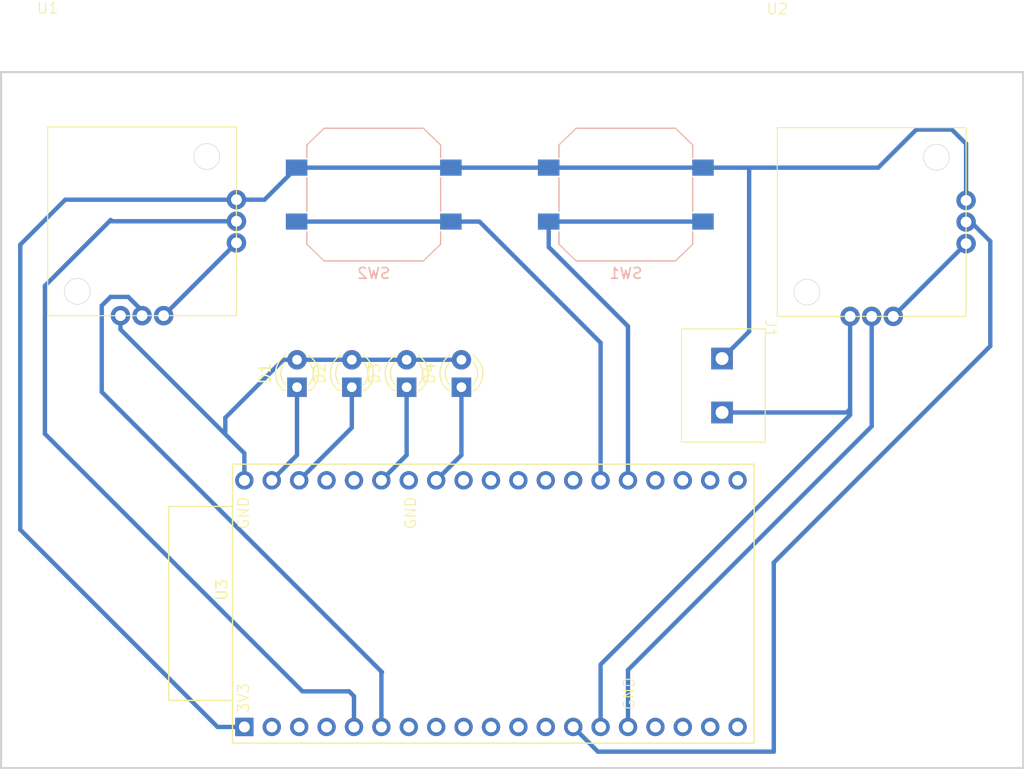
<source format=kicad_pcb>
(kicad_pcb (version 20240108) (generator "pcbnew") (generator_version "8.0")
  (layers (0 "F.Cu" signal) (31 "B.Cu" signal) (34 "B.Paste" user) (35 "F.Paste" user) (36 "B.SilkS" user "B.Silkscreen") (37 "F.SilkS" user "F.Silkscreen") (38 "B.Mask" user) (39 "F.Mask" user) (44 "Edge.Cuts" user))
  (net 0 "")
  (net 1 "Net-(U3-P0)")
  (net 2 "Net-(U3-P2)")
  (net 3 "Net-(U1-GND-Pad3)")
  (net 4 "Net-(U2-GND-Pad3)")
  (net 8 "Net-(U3-P35)")
  (net 10 "Net-(U3-P34)")
  (net 11 "Net-(D1-A)")
  (net 29 "Net-(U3-P12)")
  (net 30 "Net-(U3-P13)")
  (net 32 "Net-(D1-K)")
  (net 33 "Net-(J1-Pin_2)")
  (net 34 "Net-(D2-K)")
  (net 35 "Net-(D3-K)")
  (net 37 "Net-(D4-K)")
  (footprint "LED_THT:LED_D3.0mm_IRBlack" (layer "F.Cu") (at 104.394 80.01 90)
    (property "Reference" "D1" (at 1.27 -2.96 90) (layer "F.SilkS"))
    (property "Value" "SFH4346")
    (fp_line (start -0.29 -1.236) (end -0.29 -1.08) (stroke (width 0.12)) (layer "F.SilkS"))
    (fp_line (start -0.29 1.08) (end -0.29 1.236) (stroke (width 0.12)) (layer "F.SilkS"))
    (fp_arc (start -0.29 -1.235516) (mid 1.366487 -1.987659) (end 2.942335 -1.078608) (stroke (width 0.12)) (layer "F.SilkS"))
    (fp_arc (start 0.229039 -1.08) (mid 1.270117 -1.5) (end 2.31113 -1.079837) (stroke (width 0.12)) (layer "F.SilkS"))
    (fp_arc (start 2.942335 1.078608) (mid 1.366487 1.987659) (end -0.29 1.235516) (stroke (width 0.12)) (layer "F.SilkS"))
    (fp_arc (start 2.31113 1.079837) (mid 1.270117 1.5) (end 0.229039 1.08) (stroke (width 0.12)) (layer "F.SilkS"))
    (pad "1" thru_hole rect (at 0 0 90) (size 1.8 1.8) (drill 0.9) (layers "*.Cu" "*.Mask") (net 32 "Net-(D1-K)"))
    (pad "2" thru_hole circle (at 2.54 0 90) (size 1.8 1.8) (drill 0.9) (layers "*.Cu" "*.Mask") (net 11 "Net-(D1-A)"))
  )
  (footprint "lab:ESP32-wroom" (layer "F.Cu") (at 99.51556 111.504161 90)
    (property "Reference" "U3" (at 12.7 -2.1 90) (layer "F.SilkS"))
    (property "Value" "~" (hide yes))
    (fp_line (start 20.44332 -7.01312) (end 20.44332 -1.12032) (stroke (width 0.12)) (layer "F.SilkS"))
    (fp_line (start 2.46012 -7.01312) (end 20.44332 -7.01312) (stroke (width 0.12)) (layer "F.SilkS"))
    (fp_line (start 2.46012 -1.12032) (end 2.46012 -7.01312) (stroke (width 0.12)) (layer "F.SilkS"))
    (fp_line (start 24.36 -1.1) (end -1.499999 -1.1) (stroke (width 0.12)) (layer "F.SilkS"))
    (fp_line (start -1.499999 -1.1) (end -1.503679 47.25) (stroke (width 0.12)) (layer "F.SilkS"))
    (fp_line (start 24.35632 47.25) (end 24.36 -1.1) (stroke (width 0.12)) (layer "F.SilkS"))
    (fp_line (start -1.503679 47.25) (end 24.35632 47.25) (stroke (width 0.12)) (layer "F.SilkS"))
    (fp_text user "3V3" (at 1.25 0.5 90) (layer "F.SilkS") (effects (font (thickness 0.1)) (justify left bottom)))
    (fp_text user "GND" (at 1.5 36.25 90) (layer "F.SilkS") (effects (font (thickness 0.1)) (justify left bottom)))
    (fp_text user "GND" (at 18.25 0.5 90) (layer "F.SilkS") (effects (font (thickness 0.1)) (justify left bottom)))
    (fp_text user "GND" (at 18.25 16 90) (layer "F.SilkS") (effects (font (thickness 0.1)) (justify left bottom)))
    (pad "1" thru_hole rect (at 0 0) (size 1.7 1.7) (drill 1.02) (layers "*.Cu" "*.Mask") (net 33 "Net-(J1-Pin_2)"))
    (pad "2" thru_hole oval (at 0 2.54) (size 1.7 1.7) (drill 1.02) (layers "*.Cu" "*.Mask"))
    (pad "3" thru_hole oval (at 0 5.08) (size 1.7 1.7) (drill 1.02) (layers "*.Cu" "*.Mask"))
    (pad "4" thru_hole oval (at 0 7.62) (size 1.7 1.7) (drill 1.02) (layers "*.Cu" "*.Mask"))
    (pad "5" thru_hole oval (at 0 10.16) (size 1.7 1.7) (drill 1.02) (layers "*.Cu" "*.Mask") (net 10 "Net-(U3-P34)"))
    (pad "6" thru_hole oval (at 0 12.7) (size 1.7 1.7) (drill 1.02) (layers "*.Cu" "*.Mask") (net 8 "Net-(U3-P35)"))
    (pad "7" thru_hole oval (at 0 15.24) (size 1.7 1.7) (drill 1.02) (layers "*.Cu" "*.Mask"))
    (pad "8" thru_hole oval (at 0 17.78) (size 1.7 1.7) (drill 1.02) (layers "*.Cu" "*.Mask"))
    (pad "9" thru_hole oval (at 0 20.32) (size 1.7 1.7) (drill 1.02) (layers "*.Cu" "*.Mask"))
    (pad "10" thru_hole oval (at 0 22.86) (size 1.7 1.7) (drill 1.02) (layers "*.Cu" "*.Mask"))
    (pad "11" thru_hole oval (at 0 25.4) (size 1.7 1.7) (drill 1.02) (layers "*.Cu" "*.Mask"))
    (pad "12" thru_hole oval (at 0 27.94) (size 1.7 1.7) (drill 1.02) (layers "*.Cu" "*.Mask"))
    (pad "13" thru_hole oval (at 0 30.48) (size 1.7 1.7) (drill 1.02) (layers "*.Cu" "*.Mask") (net 29 "Net-(U3-P12)"))
    (pad "14" thru_hole oval (at 0 33.02) (size 1.7 1.7) (drill 1.02) (layers "*.Cu" "*.Mask") (net 11 "Net-(D1-A)"))
    (pad "15" thru_hole oval (at 0 35.56) (size 1.7 1.7) (drill 1.02) (layers "*.Cu" "*.Mask") (net 30 "Net-(U3-P13)"))
    (pad "16" thru_hole oval (at 0 38.1) (size 1.7 1.7) (drill 1.02) (layers "*.Cu" "*.Mask"))
    (pad "17" thru_hole oval (at 0 40.64) (size 1.7 1.7) (drill 1.02) (layers "*.Cu" "*.Mask"))
    (pad "18" thru_hole oval (at 0 43.18) (size 1.7 1.7) (drill 1.02) (layers "*.Cu" "*.Mask"))
    (pad "19" thru_hole oval (at 0 45.72) (size 1.7 1.7) (drill 1.02) (layers "*.Cu" "*.Mask"))
    (pad "20" thru_hole oval (at 22.86 -0.00272) (size 1.7 1.7) (drill 1.02) (layers "*.Cu" "*.Mask") (net 11 "Net-(D1-A)"))
    (pad "21" thru_hole oval (at 22.86 2.53728) (size 1.7 1.7) (drill 1.02) (layers "*.Cu" "*.Mask") (net 32 "Net-(D1-K)"))
    (pad "22" thru_hole oval (at 22.86 5.07728) (size 1.7 1.7) (drill 1.02) (layers "*.Cu" "*.Mask") (net 34 "Net-(D2-K)"))
    (pad "23" thru_hole oval (at 22.86 7.61728) (size 1.7 1.7) (drill 1.02) (layers "*.Cu" "*.Mask"))
    (pad "24" thru_hole oval (at 22.86 10.15728) (size 1.7 1.7) (drill 1.02) (layers "*.Cu" "*.Mask"))
    (pad "25" thru_hole oval (at 22.86 12.69728) (size 1.7 1.7) (drill 1.02) (layers "*.Cu" "*.Mask") (net 35 "Net-(D3-K)"))
    (pad "26" thru_hole oval (at 22.86 15.23728) (size 1.7 1.7) (drill 1.02) (layers "*.Cu" "*.Mask") (net 11 "Net-(D1-A)"))
    (pad "27" thru_hole oval (at 22.86 17.77728) (size 1.7 1.7) (drill 1.02) (layers "*.Cu" "*.Mask") (net 37 "Net-(D4-K)"))
    (pad "28" thru_hole oval (at 22.86 20.31728) (size 1.7 1.7) (drill 1.02) (layers "*.Cu" "*.Mask"))
    (pad "29" thru_hole oval (at 22.86 22.85728) (size 1.7 1.7) (drill 1.02) (layers "*.Cu" "*.Mask"))
    (pad "30" thru_hole oval (at 22.86 25.39728) (size 1.7 1.7) (drill 1.02) (layers "*.Cu" "*.Mask"))
    (pad "31" thru_hole oval (at 22.86 27.93728) (size 1.7 1.7) (drill 1.02) (layers "*.Cu" "*.Mask"))
    (pad "32" thru_hole oval (at 22.86 30.47728) (size 1.7 1.7) (drill 1.02) (layers "*.Cu" "*.Mask"))
    (pad "33" thru_hole oval (at 22.86 33.01728) (size 1.7 1.7) (drill 1.02) (layers "*.Cu" "*.Mask") (net 1 "Net-(U3-P0)"))
    (pad "34" thru_hole oval (at 22.86 35.55728) (size 1.7 1.7) (drill 1.02) (layers "*.Cu" "*.Mask") (net 2 "Net-(U3-P2)"))
    (pad "35" thru_hole oval (at 22.86 38.09728) (size 1.7 1.7) (drill 1.02) (layers "*.Cu" "*.Mask"))
    (pad "36" thru_hole oval (at 22.86 40.63728) (size 1.7 1.7) (drill 1.02) (layers "*.Cu" "*.Mask"))
    (pad "37" thru_hole oval (at 22.86 43.17728) (size 1.7 1.7) (drill 1.02) (layers "*.Cu" "*.Mask"))
    (pad "38" thru_hole oval (at 22.86 45.71728) (size 1.7 1.7) (drill 1.02) (layers "*.Cu" "*.Mask"))
  )
  (footprint "lab:2 wide through hole .5cm" (layer "F.Cu") (at 147.793 74.606 -90)
    (property "Reference" "J1" (at 0 -0.5 -90) (layer "F.SilkS") (effects (font (thickness 0.1))))
    (property "Value" "Screw_Terminal_01x02")
    (fp_rect (start 0 0) (end 10.5 7.75) (stroke (width 0.1)) (fill none) (layer "F.SilkS"))
    (pad "1" thru_hole trapezoid (at 7.75 4 270) (size 2 2) (drill 1.2) (layers "*.Cu" "*.Mask" "Eco1.User") (net 11 "Net-(D1-A)"))
    (pad "2" thru_hole trapezoid (at 2.75 4 270) (size 2 2) (drill 1.2) (layers "*.Cu" "*.Mask") (net 33 "Net-(J1-Pin_2)"))
  )
  (footprint "LED_THT:LED_D3.0mm_IRBlack" (layer "F.Cu") (at 119.634 80.01 90)
    (property "Reference" "D4" (at 1.27 -2.96 90) (layer "F.SilkS"))
    (property "Value" "SFH4346")
    (fp_line (start -0.29 -1.236) (end -0.29 -1.08) (stroke (width 0.12)) (layer "F.SilkS"))
    (fp_line (start -0.29 1.08) (end -0.29 1.236) (stroke (width 0.12)) (layer "F.SilkS"))
    (fp_arc (start -0.29 -1.235516) (mid 1.366487 -1.987659) (end 2.942335 -1.078608) (stroke (width 0.12)) (layer "F.SilkS"))
    (fp_arc (start 0.229039 -1.08) (mid 1.270117 -1.5) (end 2.31113 -1.079837) (stroke (width 0.12)) (layer "F.SilkS"))
    (fp_arc (start 2.942335 1.078608) (mid 1.366487 1.987659) (end -0.29 1.235516) (stroke (width 0.12)) (layer "F.SilkS"))
    (fp_arc (start 2.31113 1.079837) (mid 1.270117 1.5) (end 0.229039 1.08) (stroke (width 0.12)) (layer "F.SilkS"))
    (pad "1" thru_hole rect (at 0 0 90) (size 1.8 1.8) (drill 0.9) (layers "*.Cu" "*.Mask") (net 37 "Net-(D4-K)"))
    (pad "2" thru_hole circle (at 2.54 0 90) (size 1.8 1.8) (drill 0.9) (layers "*.Cu" "*.Mask") (net 11 "Net-(D1-A)"))
  )
  (footprint "LED_THT:LED_D3.0mm_IRBlack" (layer "F.Cu") (at 109.474 80.01 90)
    (property "Reference" "D2" (at 1.27 -2.96 90) (layer "F.SilkS"))
    (property "Value" "SFH4346")
    (fp_line (start -0.29 -1.236) (end -0.29 -1.08) (stroke (width 0.12)) (layer "F.SilkS"))
    (fp_line (start -0.29 1.08) (end -0.29 1.236) (stroke (width 0.12)) (layer "F.SilkS"))
    (fp_arc (start -0.29 -1.235516) (mid 1.366487 -1.987659) (end 2.942335 -1.078608) (stroke (width 0.12)) (layer "F.SilkS"))
    (fp_arc (start 0.229039 -1.08) (mid 1.270117 -1.5) (end 2.31113 -1.079837) (stroke (width 0.12)) (layer "F.SilkS"))
    (fp_arc (start 2.942335 1.078608) (mid 1.366487 1.987659) (end -0.29 1.235516) (stroke (width 0.12)) (layer "F.SilkS"))
    (fp_arc (start 2.31113 1.079837) (mid 1.270117 1.5) (end 0.229039 1.08) (stroke (width 0.12)) (layer "F.SilkS"))
    (pad "1" thru_hole rect (at 0 0 90) (size 1.8 1.8) (drill 0.9) (layers "*.Cu" "*.Mask") (net 34 "Net-(D2-K)"))
    (pad "2" thru_hole circle (at 2.54 0 90) (size 1.8 1.8) (drill 0.9) (layers "*.Cu" "*.Mask") (net 11 "Net-(D1-A)"))
  )
  (footprint "joystick:B10k-1" (layer "F.Cu") (at 81.28 55.88)
    (property "Reference" "U1" (at 0 -11 0) (layer "F.SilkS") (effects (font (thickness 0.1))))
    (property "Value" "~")
    (fp_rect (start 0 0) (end 17.5 17.5) (stroke (width 0.1)) (fill none) (layer "F.SilkS"))
    (fp_circle (center 2.75 15.25) (end 3.95 15.25) (stroke (width 0.05)) (fill none) (layer "Edge.Cuts"))
    (fp_circle (center 14.75 2.75) (end 15.95 2.75) (stroke (width 0.05)) (fill none) (layer "Edge.Cuts"))
    (pad "1" thru_hole circle (at 17.5 6.75) (size 1.8 1.8) (drill 1) (layers "*.Cu" "*.Mask") (net 33 "Net-(J1-Pin_2)"))
    (pad "2" thru_hole circle (at 17.5 8.75) (size 1.8 1.8) (drill 1) (layers "*.Cu" "*.Mask") (net 10 "Net-(U3-P34)"))
    (pad "3" thru_hole circle (at 17.5 10.75) (size 1.8 1.8) (drill 1) (layers "*.Cu" "*.Mask") (net 3 "Net-(U1-GND-Pad3)"))
    (pad "4" thru_hole circle (at 10.75 17.5) (size 1.8 1.8) (drill 1) (layers "*.Cu" "*.Mask") (net 3 "Net-(U1-GND-Pad3)"))
    (pad "5" thru_hole circle (at 8.75 17.5) (size 1.8 1.8) (drill 1) (layers "*.Cu" "*.Mask") (net 8 "Net-(U3-P35)"))
    (pad "6" thru_hole circle (at 6.75 17.5) (size 1.8 1.8) (drill 1) (layers "*.Cu" "*.Mask") (net 11 "Net-(D1-A)"))
  )
  (footprint "LED_THT:LED_D3.0mm_IRBlack" (layer "F.Cu") (at 114.554 80.01 90)
    (property "Reference" "D3" (at 1.27 -2.96 90) (layer "F.SilkS"))
    (property "Value" "SFH4346")
    (fp_line (start -0.29 -1.236) (end -0.29 -1.08) (stroke (width 0.12)) (layer "F.SilkS"))
    (fp_line (start -0.29 1.08) (end -0.29 1.236) (stroke (width 0.12)) (layer "F.SilkS"))
    (fp_arc (start -0.29 -1.235516) (mid 1.366487 -1.987659) (end 2.942335 -1.078608) (stroke (width 0.12)) (layer "F.SilkS"))
    (fp_arc (start 0.229039 -1.08) (mid 1.270117 -1.5) (end 2.31113 -1.079837) (stroke (width 0.12)) (layer "F.SilkS"))
    (fp_arc (start 2.942335 1.078608) (mid 1.366487 1.987659) (end -0.29 1.235516) (stroke (width 0.12)) (layer "F.SilkS"))
    (fp_arc (start 2.31113 1.079837) (mid 1.270117 1.5) (end 0.229039 1.08) (stroke (width 0.12)) (layer "F.SilkS"))
    (pad "1" thru_hole rect (at 0 0 90) (size 1.8 1.8) (drill 0.9) (layers "*.Cu" "*.Mask") (net 35 "Net-(D3-K)"))
    (pad "2" thru_hole circle (at 2.54 0 90) (size 1.8 1.8) (drill 0.9) (layers "*.Cu" "*.Mask") (net 11 "Net-(D1-A)"))
  )
  (footprint "joystick:B10k-1" (layer "F.Cu") (at 148.913 55.949)
    (property "Reference" "U2" (at 0 -11 0) (layer "F.SilkS") (effects (font (thickness 0.1))))
    (property "Value" "~")
    (fp_rect (start 0 0) (end 17.5 17.5) (stroke (width 0.1)) (fill none) (layer "F.SilkS"))
    (fp_circle (center 2.75 15.25) (end 3.95 15.25) (stroke (width 0.05)) (fill none) (layer "Edge.Cuts"))
    (fp_circle (center 14.75 2.75) (end 15.95 2.75) (stroke (width 0.05)) (fill none) (layer "Edge.Cuts"))
    (pad "1" thru_hole circle (at 17.5 6.75) (size 1.8 1.8) (drill 1) (layers "*.Cu" "*.Mask") (net 33 "Net-(J1-Pin_2)"))
    (pad "2" thru_hole circle (at 17.5 8.75) (size 1.8 1.8) (drill 1) (layers "*.Cu" "*.Mask") (net 29 "Net-(U3-P12)"))
    (pad "3" thru_hole circle (at 17.5 10.75) (size 1.8 1.8) (drill 1) (layers "*.Cu" "*.Mask") (net 4 "Net-(U2-GND-Pad3)"))
    (pad "4" thru_hole circle (at 10.75 17.5) (size 1.8 1.8) (drill 1) (layers "*.Cu" "*.Mask") (net 4 "Net-(U2-GND-Pad3)"))
    (pad "5" thru_hole circle (at 8.75 17.5) (size 1.8 1.8) (drill 1) (layers "*.Cu" "*.Mask") (net 30 "Net-(U3-P13)"))
    (pad "6" thru_hole circle (at 6.75 17.5) (size 1.8 1.8) (drill 1) (layers "*.Cu" "*.Mask") (net 11 "Net-(D1-A)"))
  )
  (footprint "Button_Switch_SMD:SW_Push_1P1T_NO_CK_PTS125Sx43PSMTR" (layer "B.Cu") (at 111.506 62.158)
    (property "Reference" "SW2" (at 0 7.3 0) (layer "B.SilkS") (effects (justify mirror)))
    (property "Value" "SW_Push")
    (fp_line (start -6.2 -4.6) (end -6.2 -3.45) (stroke (width 0.12)) (layer "B.SilkS"))
    (fp_line (start -6.2 -1.55) (end -6.2 1.55) (stroke (width 0.12)) (layer "B.SilkS"))
    (fp_line (start -6.2 4.6) (end -6.2 3.45) (stroke (width 0.12)) (layer "B.SilkS"))
    (fp_line (start -4.6 -6.15) (end -6.2 -4.6) (stroke (width 0.12)) (layer "B.SilkS"))
    (fp_line (start -4.6 6.15) (end -6.2 4.6) (stroke (width 0.12)) (layer "B.SilkS"))
    (fp_line (start 4.6 -6.15) (end -4.6 -6.15) (stroke (width 0.12)) (layer "B.SilkS"))
    (fp_line (start 4.6 6.15) (end -4.6 6.15) (stroke (width 0.12)) (layer "B.SilkS"))
    (fp_line (start 6.2 -4.6) (end 4.6 -6.15) (stroke (width 0.12)) (layer "B.SilkS"))
    (fp_line (start 6.2 -4.6) (end 6.2 -3.45) (stroke (width 0.12)) (layer "B.SilkS"))
    (fp_line (start 6.2 -1.55) (end 6.2 1.55) (stroke (width 0.12)) (layer "B.SilkS"))
    (fp_line (start 6.2 4.6) (end 4.6 6.15) (stroke (width 0.12)) (layer "B.SilkS"))
    (fp_line (start 6.2 4.6) (end 6.2 3.45) (stroke (width 0.12)) (layer "B.SilkS"))
    (pad "" np_thru_hole circle (at 0 -4.5) (size 2 2) (drill 2) (layers "*.Cu" "*.Mask"))
    (pad "" np_thru_hole circle (at 0 4.5) (size 2 2) (drill 2) (layers "*.Cu" "*.Mask"))
    (pad "1" smd rect (at -7.15 2.5) (size 2 1.5) (layers "B.Cu" "B.Paste" "B.Mask") (net 1 "Net-(U3-P0)"))
    (pad "1" smd rect (at 7.15 2.5) (size 2 1.5) (layers "B.Cu" "B.Paste" "B.Mask") (net 1 "Net-(U3-P0)"))
    (pad "2" smd rect (at -7.15 -2.5) (size 2 1.5) (layers "B.Cu" "B.Paste" "B.Mask") (net 33 "Net-(J1-Pin_2)"))
    (pad "2" smd rect (at 7.15 -2.5) (size 2 1.5) (layers "B.Cu" "B.Paste" "B.Mask") (net 33 "Net-(J1-Pin_2)"))
  )
  (footprint "Button_Switch_SMD:SW_Push_1P1T_NO_CK_PTS125Sx43PSMTR" (layer "B.Cu") (at 134.874 62.158)
    (property "Reference" "SW1" (at 0 7.3 0) (layer "B.SilkS") (effects (justify mirror)))
    (property "Value" "SW_Push")
    (fp_line (start -6.2 -4.6) (end -6.2 -3.45) (stroke (width 0.12)) (layer "B.SilkS"))
    (fp_line (start -6.2 -1.55) (end -6.2 1.55) (stroke (width 0.12)) (layer "B.SilkS"))
    (fp_line (start -6.2 4.6) (end -6.2 3.45) (stroke (width 0.12)) (layer "B.SilkS"))
    (fp_line (start -4.6 -6.15) (end -6.2 -4.6) (stroke (width 0.12)) (layer "B.SilkS"))
    (fp_line (start -4.6 6.15) (end -6.2 4.6) (stroke (width 0.12)) (layer "B.SilkS"))
    (fp_line (start 4.6 -6.15) (end -4.6 -6.15) (stroke (width 0.12)) (layer "B.SilkS"))
    (fp_line (start 4.6 6.15) (end -4.6 6.15) (stroke (width 0.12)) (layer "B.SilkS"))
    (fp_line (start 6.2 -4.6) (end 4.6 -6.15) (stroke (width 0.12)) (layer "B.SilkS"))
    (fp_line (start 6.2 -4.6) (end 6.2 -3.45) (stroke (width 0.12)) (layer "B.SilkS"))
    (fp_line (start 6.2 -1.55) (end 6.2 1.55) (stroke (width 0.12)) (layer "B.SilkS"))
    (fp_line (start 6.2 4.6) (end 4.6 6.15) (stroke (width 0.12)) (layer "B.SilkS"))
    (fp_line (start 6.2 4.6) (end 6.2 3.45) (stroke (width 0.12)) (layer "B.SilkS"))
    (pad "" np_thru_hole circle (at 0 -4.5) (size 2 2) (drill 2) (layers "*.Cu" "*.Mask"))
    (pad "" np_thru_hole circle (at 0 4.5) (size 2 2) (drill 2) (layers "*.Cu" "*.Mask"))
    (pad "1" smd rect (at -7.15 2.5) (size 2 1.5) (layers "B.Cu" "B.Paste" "B.Mask") (net 2 "Net-(U3-P2)"))
    (pad "1" smd rect (at 7.15 2.5) (size 2 1.5) (layers "B.Cu" "B.Paste" "B.Mask") (net 2 "Net-(U3-P2)"))
    (pad "2" smd rect (at -7.15 -2.5) (size 2 1.5) (layers "B.Cu" "B.Paste" "B.Mask") (net 33 "Net-(J1-Pin_2)"))
    (pad "2" smd rect (at 7.15 -2.5) (size 2 1.5) (layers "B.Cu" "B.Paste" "B.Mask") (net 33 "Net-(J1-Pin_2)"))
  )
  (gr_rect (start 76.962 50.8) (end 171.704 115.316) (stroke (width 0.2)) (fill none) (layer "Edge.Cuts"))
  (segment (start 132.53284 88.644161) (end 132.53284 75.89084) (width 0.4064) (layer "B.Cu") (net 1))
  (segment (start 132.53284 75.89084) (end 121.3 64.658) (width 0.4064) (layer "B.Cu") (net 1))
  (segment (start 121.3 64.658) (end 118.656 64.658) (width 0.4064) (layer "B.Cu") (net 1))
  (segment (start 118.656 64.658) (end 104.356 64.658) (width 0.4064) (layer "B.Cu") (net 1))
  (segment (start 135.07284 74.36684) (end 135.07284 88.644161) (width 0.4064) (layer "B.Cu") (net 2))
  (segment (start 127.724 64.658) (end 127.724 67.018) (width 0.4064) (layer "B.Cu") (net 2))
  (segment (start 142.024 64.658) (end 127.724 64.658) (width 0.4064) (layer "B.Cu") (net 2))
  (segment (start 127.724 67.018) (end 135.07284 74.36684) (width 0.4064) (layer "B.Cu") (net 2))
  (segment (start 92.03 73.38) (end 98.78 66.63) (width 0.4064) (layer "B.Cu") (net 3))
  (segment (start 166.413 66.699) (end 159.663 73.449) (width 0.4064) (layer "B.Cu") (net 4))
  (segment (start 86.2918 80.4498) (end 112.268 106.426) (width 0.4064) (layer "B.Cu") (net 8))
  (segment (start 90.03 73.38) (end 90.03 72.921813) (width 0.4064) (layer "B.Cu") (net 8))
  (segment (start 88.749987 71.6418) (end 87.1082 71.6418) (width 0.4064) (layer "B.Cu") (net 8))
  (segment (start 112.21556 106.47844) (end 112.268 106.426) (width 0.4064) (layer "B.Cu") (net 8))
  (segment (start 86.2918 72.4582) (end 86.2918 80.4498) (width 0.4064) (layer "B.Cu") (net 8))
  (segment (start 87.1082 71.6418) (end 86.2918 72.4582) (width 0.4064) (layer "B.Cu") (net 8))
  (segment (start 90.03 72.921813) (end 88.749987 71.6418) (width 0.4064) (layer "B.Cu") (net 8))
  (segment (start 112.21556 111.504161) (end 112.21556 106.47844) (width 0.4064) (layer "B.Cu") (net 8))
  (segment (start 109.67556 108.65956) (end 109.67556 111.504161) (width 0.4064) (layer "B.Cu") (net 10))
  (segment (start 98.78 64.63) (end 87.236 64.63) (width 0.4064) (layer "B.Cu") (net 10))
  (segment (start 81.026 70.612) (end 81.026 84.328) (width 0.4064) (layer "B.Cu") (net 10))
  (segment (start 81.026 84.328) (end 104.902 108.204) (width 0.4064) (layer "B.Cu") (net 10))
  (segment (start 87.236 64.63) (end 87.122 64.516) (width 0.4064) (layer "B.Cu") (net 10))
  (segment (start 109.22 108.204) (end 109.67556 108.65956) (width 0.4064) (layer "B.Cu") (net 10))
  (segment (start 87.122 64.516) (end 81.026 70.612) (width 0.4064) (layer "B.Cu") (net 10))
  (segment (start 104.902 108.204) (end 109.22 108.204) (width 0.4064) (layer "B.Cu") (net 10))
  (segment (start 104.394 77.47) (end 103.121208 77.47) (width 0.4064) (layer "B.Cu") (net 11))
  (segment (start 155.663 82.589) (end 132.53556 105.71644) (width 0.4064) (layer "B.Cu") (net 11))
  (segment (start 88.03 73.38) (end 88.03 74.652792) (width 0.4064) (layer "B.Cu") (net 11))
  (segment (start 115.216 88.181001) (end 114.75284 88.644161) (width 0.4064) (layer "B.Cu") (net 11))
  (segment (start 155.663 82.042) (end 155.663 82.589) (width 0.4064) (layer "B.Cu") (net 11))
  (segment (start 143.793 82.356) (end 155.349 82.356) (width 0.4064) (layer "B.Cu") (net 11))
  (segment (start 103.121208 77.47) (end 97.747604 82.843604) (width 0.4064) (layer "B.Cu") (net 11))
  (segment (start 114.554 77.47) (end 119.634 77.47) (width 0.4064) (layer "B.Cu") (net 11))
  (segment (start 99.51284 86.135632) (end 99.51284 88.644161) (width 0.4064) (layer "B.Cu") (net 11))
  (segment (start 155.663 73.449) (end 155.663 82.042) (width 0.4064) (layer "B.Cu") (net 11))
  (segment (start 109.474 77.47) (end 114.554 77.47) (width 0.4064) (layer "B.Cu") (net 11))
  (segment (start 104.394 77.47) (end 109.474 77.47) (width 0.4064) (layer "B.Cu") (net 11))
  (segment (start 155.349 82.356) (end 155.663 82.042) (width 0.4064) (layer "B.Cu") (net 11))
  (segment (start 88.03 74.652792) (end 99.51284 86.135632) (width 0.4064) (layer "B.Cu") (net 11))
  (segment (start 97.747604 82.843604) (end 97.747604 84.370396) (width 0.4064) (layer "B.Cu") (net 11))
  (segment (start 132.53556 105.71644) (end 132.53556 111.504161) (width 0.4064) (layer "B.Cu") (net 11))
  (segment (start 166.413 64.699) (end 166.871187 64.699) (width 0.4064) (layer "B.Cu") (net 29))
  (segment (start 148.59 113.792) (end 132.283399 113.792) (width 0.4064) (layer "B.Cu") (net 29))
  (segment (start 168.656 76.2) (end 148.59 96.266) (width 0.4064) (layer "B.Cu") (net 29))
  (segment (start 132.283399 113.792) (end 129.99556 111.504161) (width 0.4064) (layer "B.Cu") (net 29))
  (segment (start 168.656 66.483813) (end 168.656 76.2) (width 0.4064) (layer "B.Cu") (net 29))
  (segment (start 166.871187 64.699) (end 168.656 66.483813) (width 0.4064) (layer "B.Cu") (net 29))
  (segment (start 148.59 96.266) (end 148.59 113.792) (width 0.4064) (layer "B.Cu") (net 29))
  (segment (start 135.07556 106.22444) (end 135.07556 111.504161) (width 0.4064) (layer "B.Cu") (net 30))
  (segment (start 157.663 73.449) (end 157.663 83.637) (width 0.4064) (layer "B.Cu") (net 30))
  (segment (start 157.663 83.637) (end 135.07556 106.22444) (width 0.4064) (layer "B.Cu") (net 30))
  (segment (start 104.394 80.01) (end 104.394 86.303001) (width 0.4064) (layer "B.Cu") (net 32))
  (segment (start 104.394 86.303001) (end 102.05284 88.644161) (width 0.4064) (layer "B.Cu") (net 32))
  (segment (start 97.026161 111.504161) (end 99.51556 111.504161) (width 0.4064) (layer "B.Cu") (net 33))
  (segment (start 104.356 59.658) (end 118.656 59.658) (width 0.4064) (layer "B.Cu") (net 33))
  (segment (start 78.74 93.218) (end 97.026161 111.504161) (width 0.4064) (layer "B.Cu") (net 33))
  (segment (start 118.656 59.658) (end 127.724 59.658) (width 0.4064) (layer "B.Cu") (net 33))
  (segment (start 146.304 59.658) (end 146.304 74.845) (width 0.4064) (layer "B.Cu") (net 33))
  (segment (start 127.724 59.658) (end 142.024 59.658) (width 0.4064) (layer "B.Cu") (net 33))
  (segment (start 142.024 59.658) (end 145.796 59.658) (width 0.4064) (layer "B.Cu") (net 33))
  (segment (start 82.912 62.63) (end 78.74 66.802) (width 0.4064) (layer "B.Cu") (net 33))
  (segment (start 158.274 59.658) (end 161.798 56.134) (width 0.4064) (layer "B.Cu") (net 33))
  (segment (start 165.1 56.134) (end 166.413 57.447) (width 0.4064) (layer "B.Cu") (net 33))
  (segment (start 78.74 66.802) (end 78.74 93.218) (width 0.4064) (layer "B.Cu") (net 33))
  (segment (start 166.413 57.447) (end 166.413 62.699) (width 0.4064) (layer "B.Cu") (net 33))
  (segment (start 145.796 59.658) (end 146.304 59.658) (width 0.4064) (layer "B.Cu") (net 33))
  (segment (start 101.384 62.63) (end 104.356 59.658) (width 0.4064) (layer "B.Cu") (net 33))
  (segment (start 98.78 62.63) (end 82.912 62.63) (width 0.4064) (layer "B.Cu") (net 33))
  (segment (start 146.304 59.658) (end 158.274 59.658) (width 0.4064) (layer "B.Cu") (net 33))
  (segment (start 98.78 62.63) (end 101.384 62.63) (width 0.4064) (layer "B.Cu") (net 33))
  (segment (start 161.798 56.134) (end 165.1 56.134) (width 0.4064) (layer "B.Cu") (net 33))
  (segment (start 146.304 74.845) (end 143.793 77.356) (width 0.4064) (layer "B.Cu") (net 33))
  (segment (start 109.474 83.763001) (end 104.59284 88.644161) (width 0.4064) (layer "B.Cu") (net 34))
  (segment (start 109.474 80.01) (end 109.474 83.763001) (width 0.4064) (layer "B.Cu") (net 34))
  (segment (start 114.554 80.01) (end 114.554 86.303001) (width 0.4064) (layer "B.Cu") (net 35))
  (segment (start 114.554 86.303001) (end 112.21284 88.644161) (width 0.4064) (layer "B.Cu") (net 35))
  (segment (start 119.634 86.303001) (end 117.29284 88.644161) (width 0.4064) (layer "B.Cu") (net 37))
  (segment (start 119.634 80.01) (end 119.634 86.303001) (width 0.4064) (layer "B.Cu") (net 37))
)
</source>
